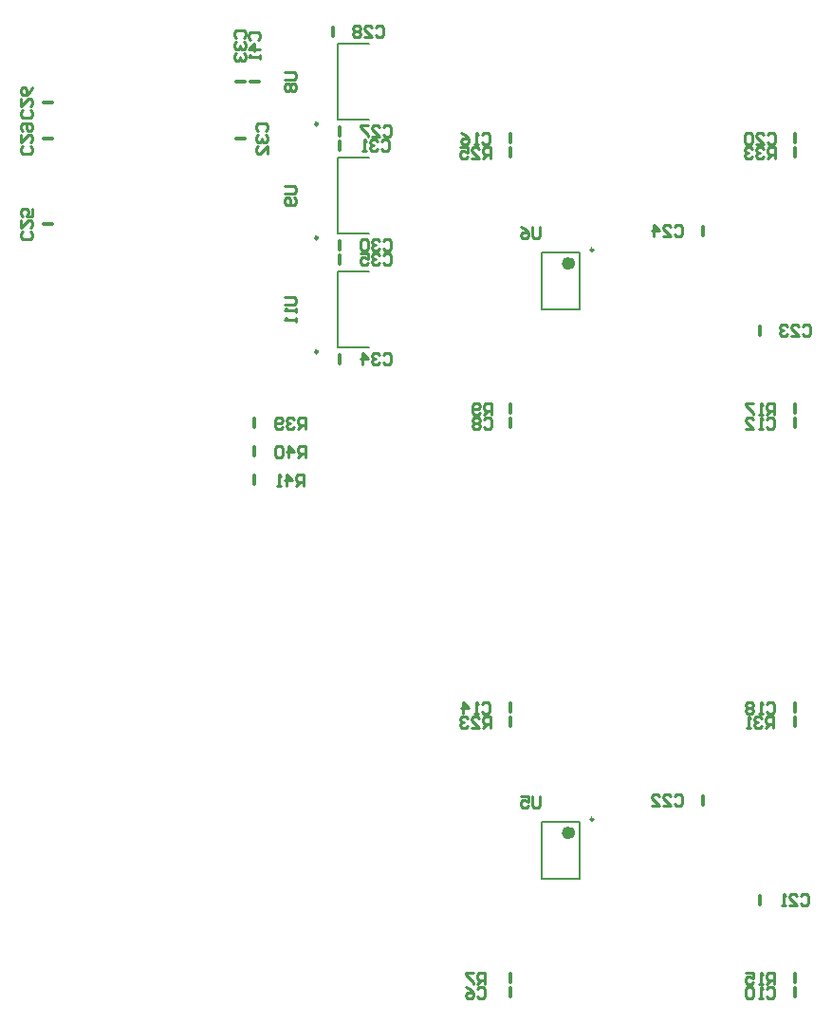
<source format=gbo>
G04*
G04 #@! TF.GenerationSoftware,Altium Limited,Altium Designer,20.1.12 (249)*
G04*
G04 Layer_Color=32896*
%FSLAX25Y25*%
%MOIN*%
G70*
G04*
G04 #@! TF.SameCoordinates,69E86C78-A60B-413B-87A9-659EDA75703A*
G04*
G04*
G04 #@! TF.FilePolarity,Positive*
G04*
G01*
G75*
%ADD11C,0.02362*%
%ADD12C,0.00984*%
%ADD14C,0.01000*%
%ADD15C,0.01200*%
%ADD16C,0.00787*%
D11*
X543937Y206102D02*
G03*
X543937Y206102I-1181J0D01*
G01*
Y406102D02*
G03*
X543937Y406102I-1181J0D01*
G01*
D12*
X454685Y455039D02*
G03*
X454685Y455039I-492J0D01*
G01*
Y375039D02*
G03*
X454685Y375039I-492J0D01*
G01*
Y415039D02*
G03*
X454685Y415039I-492J0D01*
G01*
X551516Y210846D02*
G03*
X551516Y210846I-492J0D01*
G01*
Y410847D02*
G03*
X551516Y410847I-492J0D01*
G01*
D14*
X443001Y473332D02*
X446333D01*
X446999Y472666D01*
Y471333D01*
X446333Y470666D01*
X443001D01*
X443667Y469334D02*
X443001Y468667D01*
Y467334D01*
X443667Y466668D01*
X444334D01*
X445000Y467334D01*
X445666Y466668D01*
X446333D01*
X446999Y467334D01*
Y468667D01*
X446333Y469334D01*
X445666D01*
X445000Y468667D01*
X444334Y469334D01*
X443667D01*
X445000Y468667D02*
Y467334D01*
X443001Y394332D02*
X446333D01*
X446999Y393666D01*
Y392333D01*
X446333Y391666D01*
X443001D01*
X446999Y390333D02*
Y389000D01*
Y389667D01*
X443001D01*
X443667Y390333D01*
X446999Y387001D02*
Y385668D01*
Y386334D01*
X443001D01*
X443667Y387001D01*
X443001Y433332D02*
X446333D01*
X446999Y432666D01*
Y431333D01*
X446333Y430666D01*
X443001D01*
X446333Y429333D02*
X446999Y428667D01*
Y427334D01*
X446333Y426668D01*
X443667D01*
X443001Y427334D01*
Y428667D01*
X443667Y429333D01*
X444334D01*
X445000Y428667D01*
Y426668D01*
X433667Y452666D02*
X433001Y453332D01*
Y454665D01*
X433667Y455332D01*
X436333D01*
X436999Y454665D01*
Y453332D01*
X436333Y452666D01*
X433667Y451333D02*
X433001Y450667D01*
Y449334D01*
X433667Y448667D01*
X434334D01*
X435000Y449334D01*
Y450000D01*
Y449334D01*
X435666Y448667D01*
X436333D01*
X436999Y449334D01*
Y450667D01*
X436333Y451333D01*
X436999Y444668D02*
Y447334D01*
X434334Y444668D01*
X433667D01*
X433001Y445335D01*
Y446668D01*
X433667Y447334D01*
X426167Y485166D02*
X425501Y485832D01*
Y487165D01*
X426167Y487832D01*
X428833D01*
X429499Y487165D01*
Y485832D01*
X428833Y485166D01*
X426167Y483833D02*
X425501Y483166D01*
Y481834D01*
X426167Y481167D01*
X426834D01*
X427500Y481834D01*
Y482500D01*
Y481834D01*
X428166Y481167D01*
X428833D01*
X429499Y481834D01*
Y483166D01*
X428833Y483833D01*
X426167Y479834D02*
X425501Y479168D01*
Y477835D01*
X426167Y477168D01*
X426834D01*
X427500Y477835D01*
Y478501D01*
Y477835D01*
X428166Y477168D01*
X428833D01*
X429499Y477835D01*
Y479168D01*
X428833Y479834D01*
X477666Y373833D02*
X478332Y374499D01*
X479665D01*
X480332Y373833D01*
Y371167D01*
X479665Y370501D01*
X478332D01*
X477666Y371167D01*
X476333Y373833D02*
X475666Y374499D01*
X474334D01*
X473667Y373833D01*
Y373166D01*
X474334Y372500D01*
X475000D01*
X474334D01*
X473667Y371834D01*
Y371167D01*
X474334Y370501D01*
X475666D01*
X476333Y371167D01*
X470335Y370501D02*
Y374499D01*
X472334Y372500D01*
X469668D01*
X477666Y413833D02*
X478332Y414499D01*
X479665D01*
X480332Y413833D01*
Y411167D01*
X479665Y410501D01*
X478332D01*
X477666Y411167D01*
X476333Y413833D02*
X475666Y414499D01*
X474334D01*
X473667Y413833D01*
Y413166D01*
X474334Y412500D01*
X475000D01*
X474334D01*
X473667Y411834D01*
Y411167D01*
X474334Y410501D01*
X475666D01*
X476333Y411167D01*
X472334Y413833D02*
X471668Y414499D01*
X470335D01*
X469668Y413833D01*
Y411167D01*
X470335Y410501D01*
X471668D01*
X472334Y411167D01*
Y413833D01*
X477666Y453833D02*
X478332Y454499D01*
X479665D01*
X480332Y453833D01*
Y451167D01*
X479665Y450501D01*
X478332D01*
X477666Y451167D01*
X473667Y450501D02*
X476333D01*
X473667Y453166D01*
Y453833D01*
X474334Y454499D01*
X475666D01*
X476333Y453833D01*
X472334Y454499D02*
X469668D01*
Y453833D01*
X472334Y451167D01*
Y450501D01*
X353833Y459834D02*
X354499Y459168D01*
Y457835D01*
X353833Y457168D01*
X351167D01*
X350501Y457835D01*
Y459168D01*
X351167Y459834D01*
X350501Y463833D02*
Y461167D01*
X353166Y463833D01*
X353833D01*
X354499Y463166D01*
Y461834D01*
X353833Y461167D01*
X354499Y467832D02*
X353833Y466499D01*
X352500Y465166D01*
X351167D01*
X350501Y465832D01*
Y467165D01*
X351167Y467832D01*
X351834D01*
X352500Y467165D01*
Y465166D01*
X477666Y408833D02*
X478332Y409499D01*
X479665D01*
X480332Y408833D01*
Y406167D01*
X479665Y405501D01*
X478332D01*
X477666Y406167D01*
X476333Y408833D02*
X475666Y409499D01*
X474334D01*
X473667Y408833D01*
Y408166D01*
X474334Y407500D01*
X475000D01*
X474334D01*
X473667Y406834D01*
Y406167D01*
X474334Y405501D01*
X475666D01*
X476333Y406167D01*
X469668Y409499D02*
X472334D01*
Y407500D01*
X471001Y408166D01*
X470335D01*
X469668Y407500D01*
Y406167D01*
X470335Y405501D01*
X471668D01*
X472334Y406167D01*
X476999Y448833D02*
X477666Y449499D01*
X478999D01*
X479665Y448833D01*
Y446167D01*
X478999Y445501D01*
X477666D01*
X476999Y446167D01*
X475666Y448833D02*
X475000Y449499D01*
X473667D01*
X473001Y448833D01*
Y448166D01*
X473667Y447500D01*
X474334D01*
X473667D01*
X473001Y446834D01*
Y446167D01*
X473667Y445501D01*
X475000D01*
X475666Y446167D01*
X471668Y445501D02*
X470335D01*
X471001D01*
Y449499D01*
X471668Y448833D01*
X475166Y488833D02*
X475832Y489499D01*
X477165D01*
X477832Y488833D01*
Y486167D01*
X477165Y485501D01*
X475832D01*
X475166Y486167D01*
X471167Y485501D02*
X473833D01*
X471167Y488166D01*
Y488833D01*
X471834Y489499D01*
X473166D01*
X473833Y488833D01*
X469834D02*
X469168Y489499D01*
X467835D01*
X467168Y488833D01*
Y488166D01*
X467835Y487500D01*
X467168Y486834D01*
Y486167D01*
X467835Y485501D01*
X469168D01*
X469834Y486167D01*
Y486834D01*
X469168Y487500D01*
X469834Y488166D01*
Y488833D01*
X469168Y487500D02*
X467835D01*
X353833Y447334D02*
X354499Y446668D01*
Y445335D01*
X353833Y444668D01*
X351167D01*
X350501Y445335D01*
Y446668D01*
X351167Y447334D01*
X350501Y451333D02*
Y448667D01*
X353166Y451333D01*
X353833D01*
X354499Y450666D01*
Y449334D01*
X353833Y448667D01*
X351167Y452666D02*
X350501Y453332D01*
Y454665D01*
X351167Y455332D01*
X353833D01*
X354499Y454665D01*
Y453332D01*
X353833Y452666D01*
X353166D01*
X352500Y453332D01*
Y455332D01*
X353833Y417334D02*
X354499Y416668D01*
Y415335D01*
X353833Y414668D01*
X351167D01*
X350501Y415335D01*
Y416668D01*
X351167Y417334D01*
X350501Y421333D02*
Y418667D01*
X353166Y421333D01*
X353833D01*
X354499Y420666D01*
Y419334D01*
X353833Y418667D01*
X354499Y425332D02*
Y422666D01*
X352500D01*
X353166Y423999D01*
Y424665D01*
X352500Y425332D01*
X351167D01*
X350501Y424665D01*
Y423332D01*
X351167Y422666D01*
X450332Y338001D02*
Y341999D01*
X448332D01*
X447666Y341333D01*
Y340000D01*
X448332Y339334D01*
X450332D01*
X448999D02*
X447666Y338001D01*
X444334D02*
Y341999D01*
X446333Y340000D01*
X443667D01*
X442334Y341333D02*
X441668Y341999D01*
X440335D01*
X439668Y341333D01*
Y338667D01*
X440335Y338001D01*
X441668D01*
X442334Y338667D01*
Y341333D01*
X431167Y484499D02*
X430501Y485166D01*
Y486499D01*
X431167Y487165D01*
X433833D01*
X434499Y486499D01*
Y485166D01*
X433833Y484499D01*
X434499Y481167D02*
X430501D01*
X432500Y483166D01*
Y480501D01*
X434499Y479168D02*
Y477835D01*
Y478501D01*
X430501D01*
X431167Y479168D01*
X449665Y328001D02*
Y331999D01*
X447666D01*
X446999Y331333D01*
Y330000D01*
X447666Y329334D01*
X449665D01*
X448332D02*
X446999Y328001D01*
X443667D02*
Y331999D01*
X445666Y330000D01*
X443001D01*
X441668Y328001D02*
X440335D01*
X441001D01*
Y331999D01*
X441668Y331333D01*
X450332Y348001D02*
Y351999D01*
X448332D01*
X447666Y351333D01*
Y350000D01*
X448332Y349334D01*
X450332D01*
X448999D02*
X447666Y348001D01*
X446333Y351333D02*
X445666Y351999D01*
X444334D01*
X443667Y351333D01*
Y350666D01*
X444334Y350000D01*
X445000D01*
X444334D01*
X443667Y349334D01*
Y348667D01*
X444334Y348001D01*
X445666D01*
X446333Y348667D01*
X442334D02*
X441668Y348001D01*
X440335D01*
X439668Y348667D01*
Y351333D01*
X440335Y351999D01*
X441668D01*
X442334Y351333D01*
Y350666D01*
X441668Y350000D01*
X439668D01*
X532800Y418799D02*
Y415466D01*
X532134Y414800D01*
X530801D01*
X530134Y415466D01*
Y418799D01*
X526135D02*
X527468Y418132D01*
X528801Y416799D01*
Y415466D01*
X528135Y414800D01*
X526802D01*
X526135Y415466D01*
Y416133D01*
X526802Y416799D01*
X528801D01*
X532800Y218799D02*
Y215466D01*
X532134Y214800D01*
X530801D01*
X530134Y215466D01*
Y218799D01*
X526135D02*
X528801D01*
Y216799D01*
X527468Y217466D01*
X526802D01*
X526135Y216799D01*
Y215466D01*
X526802Y214800D01*
X528135D01*
X528801Y215466D01*
X615332Y443001D02*
Y446999D01*
X613332D01*
X612666Y446333D01*
Y445000D01*
X613332Y444334D01*
X615332D01*
X613999D02*
X612666Y443001D01*
X611333Y446333D02*
X610666Y446999D01*
X609334D01*
X608667Y446333D01*
Y445666D01*
X609334Y445000D01*
X610000D01*
X609334D01*
X608667Y444334D01*
Y443667D01*
X609334Y443001D01*
X610666D01*
X611333Y443667D01*
X607334Y446333D02*
X606668Y446999D01*
X605335D01*
X604668Y446333D01*
Y445666D01*
X605335Y445000D01*
X606001D01*
X605335D01*
X604668Y444334D01*
Y443667D01*
X605335Y443001D01*
X606668D01*
X607334Y443667D01*
X614665Y243001D02*
Y246999D01*
X612666D01*
X611999Y246333D01*
Y245000D01*
X612666Y244334D01*
X614665D01*
X613332D02*
X611999Y243001D01*
X610666Y246333D02*
X610000Y246999D01*
X608667D01*
X608001Y246333D01*
Y245666D01*
X608667Y245000D01*
X609334D01*
X608667D01*
X608001Y244334D01*
Y243667D01*
X608667Y243001D01*
X610000D01*
X610666Y243667D01*
X606668Y243001D02*
X605335D01*
X606001D01*
Y246999D01*
X606668Y246333D01*
X515332Y443001D02*
Y446999D01*
X513332D01*
X512666Y446333D01*
Y445000D01*
X513332Y444334D01*
X515332D01*
X513999D02*
X512666Y443001D01*
X508667D02*
X511333D01*
X508667Y445666D01*
Y446333D01*
X509334Y446999D01*
X510666D01*
X511333Y446333D01*
X504668Y446999D02*
X507334D01*
Y445000D01*
X506001Y445666D01*
X505335D01*
X504668Y445000D01*
Y443667D01*
X505335Y443001D01*
X506668D01*
X507334Y443667D01*
X515332Y243001D02*
Y246999D01*
X513332D01*
X512666Y246333D01*
Y245000D01*
X513332Y244334D01*
X515332D01*
X513999D02*
X512666Y243001D01*
X508667D02*
X511333D01*
X508667Y245666D01*
Y246333D01*
X509334Y246999D01*
X510666D01*
X511333Y246333D01*
X507334D02*
X506668Y246999D01*
X505335D01*
X504668Y246333D01*
Y245666D01*
X505335Y245000D01*
X506001D01*
X505335D01*
X504668Y244334D01*
Y243667D01*
X505335Y243001D01*
X506668D01*
X507334Y243667D01*
X614998Y353001D02*
Y356999D01*
X612999D01*
X612333Y356333D01*
Y355000D01*
X612999Y354334D01*
X614998D01*
X613665D02*
X612333Y353001D01*
X611000D02*
X609667D01*
X610333D01*
Y356999D01*
X611000Y356333D01*
X607667Y356999D02*
X605002D01*
Y356333D01*
X607667Y353667D01*
Y353001D01*
X614998Y153001D02*
Y156999D01*
X612999D01*
X612333Y156333D01*
Y155000D01*
X612999Y154333D01*
X614998D01*
X613665D02*
X612333Y153001D01*
X611000D02*
X609667D01*
X610333D01*
Y156999D01*
X611000Y156333D01*
X605002Y156999D02*
X607667D01*
Y155000D01*
X606334Y155666D01*
X605668D01*
X605002Y155000D01*
Y153667D01*
X605668Y153001D01*
X607001D01*
X607667Y153667D01*
X515832Y353001D02*
Y356999D01*
X513833D01*
X513166Y356333D01*
Y355000D01*
X513833Y354334D01*
X515832D01*
X514499D02*
X513166Y353001D01*
X511833Y353667D02*
X511167Y353001D01*
X509834D01*
X509168Y353667D01*
Y356333D01*
X509834Y356999D01*
X511167D01*
X511833Y356333D01*
Y355666D01*
X511167Y355000D01*
X509168D01*
X513332Y153001D02*
Y156999D01*
X511333D01*
X510666Y156333D01*
Y155000D01*
X511333Y154333D01*
X513332D01*
X511999D02*
X510666Y153001D01*
X509334Y156999D02*
X506668D01*
Y156333D01*
X509334Y153667D01*
Y153001D01*
X580166Y418833D02*
X580832Y419499D01*
X582165D01*
X582832Y418833D01*
Y416167D01*
X582165Y415501D01*
X580832D01*
X580166Y416167D01*
X576167Y415501D02*
X578833D01*
X576167Y418166D01*
Y418833D01*
X576834Y419499D01*
X578166D01*
X578833Y418833D01*
X572835Y415501D02*
Y419499D01*
X574834Y417500D01*
X572168D01*
X625166Y383833D02*
X625832Y384499D01*
X627165D01*
X627832Y383833D01*
Y381167D01*
X627165Y380501D01*
X625832D01*
X625166Y381167D01*
X621167Y380501D02*
X623833D01*
X621167Y383166D01*
Y383833D01*
X621834Y384499D01*
X623166D01*
X623833Y383833D01*
X619834D02*
X619168Y384499D01*
X617835D01*
X617168Y383833D01*
Y383166D01*
X617835Y382500D01*
X618501D01*
X617835D01*
X617168Y381834D01*
Y381167D01*
X617835Y380501D01*
X619168D01*
X619834Y381167D01*
X580166Y218833D02*
X580832Y219499D01*
X582165D01*
X582832Y218833D01*
Y216167D01*
X582165Y215501D01*
X580832D01*
X580166Y216167D01*
X576167Y215501D02*
X578833D01*
X576167Y218166D01*
Y218833D01*
X576834Y219499D01*
X578166D01*
X578833Y218833D01*
X572168Y215501D02*
X574834D01*
X572168Y218166D01*
Y218833D01*
X572835Y219499D01*
X574168D01*
X574834Y218833D01*
X624499Y183833D02*
X625166Y184499D01*
X626499D01*
X627165Y183833D01*
Y181167D01*
X626499Y180501D01*
X625166D01*
X624499Y181167D01*
X620501Y180501D02*
X623166D01*
X620501Y183167D01*
Y183833D01*
X621167Y184499D01*
X622500D01*
X623166Y183833D01*
X619168Y180501D02*
X617835D01*
X618501D01*
Y184499D01*
X619168Y183833D01*
X612666Y451333D02*
X613332Y451999D01*
X614665D01*
X615332Y451333D01*
Y448667D01*
X614665Y448001D01*
X613332D01*
X612666Y448667D01*
X608667Y448001D02*
X611333D01*
X608667Y450666D01*
Y451333D01*
X609334Y451999D01*
X610666D01*
X611333Y451333D01*
X607334D02*
X606668Y451999D01*
X605335D01*
X604668Y451333D01*
Y448667D01*
X605335Y448001D01*
X606668D01*
X607334Y448667D01*
Y451333D01*
X612333Y251333D02*
X612999Y251999D01*
X614332D01*
X614998Y251333D01*
Y248667D01*
X614332Y248001D01*
X612999D01*
X612333Y248667D01*
X611000Y248001D02*
X609667D01*
X610333D01*
Y251999D01*
X611000Y251333D01*
X607667D02*
X607001Y251999D01*
X605668D01*
X605002Y251333D01*
Y250666D01*
X605668Y250000D01*
X605002Y249334D01*
Y248667D01*
X605668Y248001D01*
X607001D01*
X607667Y248667D01*
Y249334D01*
X607001Y250000D01*
X607667Y250666D01*
Y251333D01*
X607001Y250000D02*
X605668D01*
X512333Y451333D02*
X512999Y451999D01*
X514332D01*
X514998Y451333D01*
Y448667D01*
X514332Y448001D01*
X512999D01*
X512333Y448667D01*
X511000Y448001D02*
X509667D01*
X510333D01*
Y451999D01*
X511000Y451333D01*
X505002Y451999D02*
X506334Y451333D01*
X507667Y450000D01*
Y448667D01*
X507001Y448001D01*
X505668D01*
X505002Y448667D01*
Y449334D01*
X505668Y450000D01*
X507667D01*
X512333Y251333D02*
X512999Y251999D01*
X514332D01*
X514998Y251333D01*
Y248667D01*
X514332Y248001D01*
X512999D01*
X512333Y248667D01*
X511000Y248001D02*
X509667D01*
X510333D01*
Y251999D01*
X511000Y251333D01*
X505668Y248001D02*
Y251999D01*
X507667Y250000D01*
X505002D01*
X612333Y351333D02*
X612999Y351999D01*
X614332D01*
X614998Y351333D01*
Y348667D01*
X614332Y348001D01*
X612999D01*
X612333Y348667D01*
X611000Y348001D02*
X609667D01*
X610333D01*
Y351999D01*
X611000Y351333D01*
X605002Y348001D02*
X607667D01*
X605002Y350666D01*
Y351333D01*
X605668Y351999D01*
X607001D01*
X607667Y351333D01*
X612333Y151333D02*
X612999Y151999D01*
X614332D01*
X614998Y151333D01*
Y148667D01*
X614332Y148001D01*
X612999D01*
X612333Y148667D01*
X611000Y148001D02*
X609667D01*
X610333D01*
Y151999D01*
X611000Y151333D01*
X607667D02*
X607001Y151999D01*
X605668D01*
X605002Y151333D01*
Y148667D01*
X605668Y148001D01*
X607001D01*
X607667Y148667D01*
Y151333D01*
X513166Y351333D02*
X513833Y351999D01*
X515166D01*
X515832Y351333D01*
Y348667D01*
X515166Y348001D01*
X513833D01*
X513166Y348667D01*
X511833Y351333D02*
X511167Y351999D01*
X509834D01*
X509168Y351333D01*
Y350666D01*
X509834Y350000D01*
X509168Y349334D01*
Y348667D01*
X509834Y348001D01*
X511167D01*
X511833Y348667D01*
Y349334D01*
X511167Y350000D01*
X511833Y350666D01*
Y351333D01*
X511167Y350000D02*
X509834D01*
X510666Y151333D02*
X511333Y151999D01*
X512666D01*
X513332Y151333D01*
Y148667D01*
X512666Y148001D01*
X511333D01*
X510666Y148667D01*
X506668Y151999D02*
X508001Y151333D01*
X509334Y150000D01*
Y148667D01*
X508667Y148001D01*
X507334D01*
X506668Y148667D01*
Y149334D01*
X507334Y150000D01*
X509334D01*
D15*
X426000Y450000D02*
X429000D01*
X426000Y470000D02*
X429000D01*
X462500Y371000D02*
Y374000D01*
Y411000D02*
Y414000D01*
Y451000D02*
Y454000D01*
X358500Y462500D02*
X361500D01*
X462500Y406000D02*
Y409000D01*
Y446000D02*
Y449000D01*
X460000Y486000D02*
Y489000D01*
X358500Y450000D02*
X361500D01*
X358500Y420000D02*
X361500D01*
X432500Y338500D02*
Y341500D01*
X431000Y470000D02*
X434000D01*
X432500Y328500D02*
Y331500D01*
Y348500D02*
Y351500D01*
X622500Y443500D02*
Y446500D01*
Y448500D02*
Y451500D01*
X522500Y443500D02*
Y446500D01*
Y448500D02*
Y451500D01*
X622500Y348500D02*
Y351500D01*
Y353500D02*
Y356500D01*
X522500Y353500D02*
Y356500D01*
Y348500D02*
Y351500D01*
Y148500D02*
Y151500D01*
X622500Y243500D02*
Y246500D01*
X522500Y243500D02*
Y246500D01*
X622500Y153500D02*
Y156500D01*
X522500Y153500D02*
Y156500D01*
X590000Y416000D02*
Y419000D01*
X610000Y381000D02*
Y384000D01*
X590000Y216000D02*
Y219000D01*
X610000Y181000D02*
Y184000D01*
X622500Y248500D02*
Y251500D01*
X522500Y248500D02*
Y251500D01*
X622500Y148500D02*
Y151500D01*
D16*
X461850Y456765D02*
X472795D01*
X461850Y483234D02*
X472795D01*
X461850Y456765D02*
Y483234D01*
Y376765D02*
X472795D01*
X461850Y403234D02*
X472795D01*
X461850Y376765D02*
Y403234D01*
Y416765D02*
X472795D01*
X461850Y443234D02*
X472795D01*
X461850Y416765D02*
Y443234D01*
X546693Y389961D02*
Y410039D01*
X533307Y189961D02*
X546693D01*
X533307Y210039D02*
X546693D01*
X533307Y189961D02*
Y210039D01*
X546693Y189961D02*
Y210039D01*
X533307Y389961D02*
Y410039D01*
Y389961D02*
X546693D01*
X533307Y410039D02*
X546693D01*
M02*

</source>
